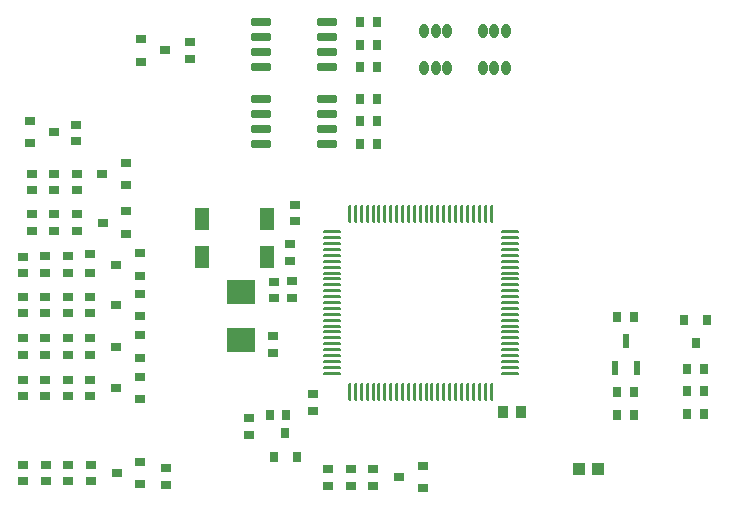
<source format=gtp>
G04*
G04 #@! TF.GenerationSoftware,Altium Limited,Altium Designer,22.10.1 (41)*
G04*
G04 Layer_Color=8421504*
%FSLAX23Y23*%
%MOIN*%
G70*
G04*
G04 #@! TF.SameCoordinates,FE0D4549-5355-498F-96F3-0299564D4BAC*
G04*
G04*
G04 #@! TF.FilePolarity,Positive*
G04*
G01*
G75*
%ADD25O,0.061X0.010*%
%ADD26O,0.010X0.061*%
%ADD27R,0.035X0.039*%
%ADD28R,0.035X0.031*%
%ADD29R,0.039X0.039*%
%ADD30R,0.035X0.031*%
%ADD31R,0.031X0.035*%
%ADD32R,0.031X0.035*%
%ADD33R,0.024X0.045*%
%ADD34R,0.051X0.075*%
%ADD35R,0.094X0.079*%
G04:AMPARAMS|DCode=36|XSize=26mil|YSize=65mil|CornerRadius=2mil|HoleSize=0mil|Usage=FLASHONLY|Rotation=270.000|XOffset=0mil|YOffset=0mil|HoleType=Round|Shape=RoundedRectangle|*
%AMROUNDEDRECTD36*
21,1,0.026,0.061,0,0,270.0*
21,1,0.022,0.065,0,0,270.0*
1,1,0.004,-0.031,-0.011*
1,1,0.004,-0.031,0.011*
1,1,0.004,0.031,0.011*
1,1,0.004,0.031,-0.011*
%
%ADD36ROUNDEDRECTD36*%
%ADD37O,0.031X0.049*%
D25*
X2481Y4034D02*
D03*
Y4054D02*
D03*
X1889Y4231D02*
D03*
Y4212D02*
D03*
Y4192D02*
D03*
Y4172D02*
D03*
Y4152D02*
D03*
Y4133D02*
D03*
Y4113D02*
D03*
Y4093D02*
D03*
Y4074D02*
D03*
Y4054D02*
D03*
Y4034D02*
D03*
Y4015D02*
D03*
Y3995D02*
D03*
Y3975D02*
D03*
Y3956D02*
D03*
Y3936D02*
D03*
Y3916D02*
D03*
Y3897D02*
D03*
Y3877D02*
D03*
Y3857D02*
D03*
Y3838D02*
D03*
Y3818D02*
D03*
Y3798D02*
D03*
Y3778D02*
D03*
Y3759D02*
D03*
X2481D02*
D03*
Y3778D02*
D03*
Y3798D02*
D03*
Y3818D02*
D03*
Y3838D02*
D03*
Y3857D02*
D03*
Y3877D02*
D03*
Y3897D02*
D03*
Y3916D02*
D03*
Y3936D02*
D03*
Y3956D02*
D03*
Y3975D02*
D03*
Y3995D02*
D03*
Y4015D02*
D03*
Y4074D02*
D03*
Y4093D02*
D03*
Y4113D02*
D03*
Y4133D02*
D03*
Y4152D02*
D03*
Y4172D02*
D03*
Y4192D02*
D03*
Y4212D02*
D03*
Y4231D02*
D03*
D26*
X2382Y4291D02*
D03*
X2362D02*
D03*
X2342D02*
D03*
X2283D02*
D03*
X1949Y3699D02*
D03*
X1968D02*
D03*
X1988D02*
D03*
X2008D02*
D03*
X2028D02*
D03*
X2047D02*
D03*
X2067D02*
D03*
X2087D02*
D03*
X2106D02*
D03*
X2126D02*
D03*
X2146D02*
D03*
X2165D02*
D03*
X2185D02*
D03*
X2205D02*
D03*
X2224D02*
D03*
X2244D02*
D03*
X2264D02*
D03*
X2283D02*
D03*
X2303D02*
D03*
X2323D02*
D03*
X2342D02*
D03*
X2362D02*
D03*
X2382D02*
D03*
X2402D02*
D03*
X2421D02*
D03*
Y4291D02*
D03*
X2402D02*
D03*
X2323D02*
D03*
X2303D02*
D03*
X2264D02*
D03*
X2244D02*
D03*
X2224D02*
D03*
X2205D02*
D03*
X2185D02*
D03*
X2165D02*
D03*
X2146D02*
D03*
X2126D02*
D03*
X2106D02*
D03*
X2087D02*
D03*
X2067D02*
D03*
X2047D02*
D03*
X2028D02*
D03*
X2008D02*
D03*
X1988D02*
D03*
X1968D02*
D03*
X1949D02*
D03*
D27*
X2520Y3630D02*
D03*
X2458D02*
D03*
D28*
X962Y4566D02*
D03*
X884Y4528D02*
D03*
Y4603D02*
D03*
X1331Y4837D02*
D03*
X1253Y4799D02*
D03*
Y4874D02*
D03*
X1125Y4263D02*
D03*
X1203Y4300D02*
D03*
Y4226D02*
D03*
X1248Y3812D02*
D03*
Y3887D02*
D03*
X1170Y3849D02*
D03*
X1248Y3674D02*
D03*
Y3749D02*
D03*
X1170Y3712D02*
D03*
X1249Y3391D02*
D03*
Y3465D02*
D03*
X1171Y3428D02*
D03*
X1248Y3951D02*
D03*
Y4026D02*
D03*
X1169Y3988D02*
D03*
X1248Y4086D02*
D03*
Y4160D02*
D03*
X1170Y4123D02*
D03*
X2191Y3377D02*
D03*
Y3451D02*
D03*
X2112Y3414D02*
D03*
X1201Y4388D02*
D03*
Y4462D02*
D03*
X1122Y4425D02*
D03*
D29*
X2711Y3442D02*
D03*
X2777D02*
D03*
D30*
X1036Y4589D02*
D03*
Y4534D02*
D03*
X1417Y4864D02*
D03*
Y4809D02*
D03*
X1611Y3554D02*
D03*
Y3610D02*
D03*
X1826Y3635D02*
D03*
Y3690D02*
D03*
X1750Y4135D02*
D03*
Y4190D02*
D03*
X1757Y4068D02*
D03*
Y4013D02*
D03*
X1766Y4267D02*
D03*
Y4322D02*
D03*
X1695Y4066D02*
D03*
Y4010D02*
D03*
X1692Y3829D02*
D03*
Y3884D02*
D03*
X858Y3961D02*
D03*
Y4016D02*
D03*
X859Y4148D02*
D03*
Y4095D02*
D03*
X859Y3684D02*
D03*
Y3739D02*
D03*
Y3822D02*
D03*
Y3877D02*
D03*
X860Y3400D02*
D03*
Y3456D02*
D03*
X889Y4426D02*
D03*
Y4370D02*
D03*
X889Y4291D02*
D03*
Y4235D02*
D03*
X933Y3961D02*
D03*
Y4016D02*
D03*
X934Y4151D02*
D03*
Y4095D02*
D03*
X934Y3684D02*
D03*
Y3739D02*
D03*
Y3822D02*
D03*
Y3877D02*
D03*
X935Y3400D02*
D03*
Y3456D02*
D03*
X1008Y4016D02*
D03*
Y3961D02*
D03*
X1009Y3739D02*
D03*
Y3684D02*
D03*
Y3877D02*
D03*
Y3822D02*
D03*
X1010Y3456D02*
D03*
Y3400D02*
D03*
X1039Y4235D02*
D03*
Y4291D02*
D03*
Y4426D02*
D03*
Y4370D02*
D03*
X1084Y4158D02*
D03*
Y4095D02*
D03*
X1335Y3445D02*
D03*
Y3389D02*
D03*
X1876Y3442D02*
D03*
Y3386D02*
D03*
X2026Y3442D02*
D03*
Y3386D02*
D03*
X964Y4235D02*
D03*
Y4291D02*
D03*
Y4426D02*
D03*
Y4370D02*
D03*
X1009Y4151D02*
D03*
Y4095D02*
D03*
X1083Y4016D02*
D03*
Y3961D02*
D03*
X1084Y3739D02*
D03*
Y3684D02*
D03*
Y3877D02*
D03*
Y3822D02*
D03*
X1085Y3456D02*
D03*
Y3400D02*
D03*
X1951Y3442D02*
D03*
Y3386D02*
D03*
D31*
X1736Y3622D02*
D03*
X1681D02*
D03*
X1984Y4525D02*
D03*
X2040D02*
D03*
X1984Y4675D02*
D03*
X2040D02*
D03*
X1984Y4780D02*
D03*
X2040D02*
D03*
X1984Y4930D02*
D03*
X2040D02*
D03*
X2840Y3623D02*
D03*
X2896D02*
D03*
X2840Y3698D02*
D03*
X2896D02*
D03*
X2840Y3948D02*
D03*
X2896D02*
D03*
X3074Y3625D02*
D03*
X3129D02*
D03*
X3074Y3700D02*
D03*
X3129D02*
D03*
X2040Y4600D02*
D03*
X1984D02*
D03*
X2040Y4855D02*
D03*
X1984D02*
D03*
X3074Y3775D02*
D03*
X3129D02*
D03*
D32*
X1734Y3560D02*
D03*
X1771Y3482D02*
D03*
X1697D02*
D03*
X3139Y3939D02*
D03*
X3064D02*
D03*
X3102Y3861D02*
D03*
D33*
X2831Y3779D02*
D03*
X2905D02*
D03*
X2868Y3867D02*
D03*
D34*
X1672Y4275D02*
D03*
X1456D02*
D03*
X1672Y4149D02*
D03*
X1456D02*
D03*
D35*
X1586Y3872D02*
D03*
Y4030D02*
D03*
D36*
X1651Y4675D02*
D03*
Y4625D02*
D03*
Y4575D02*
D03*
Y4525D02*
D03*
X1873Y4675D02*
D03*
Y4625D02*
D03*
Y4575D02*
D03*
Y4525D02*
D03*
X1651Y4930D02*
D03*
Y4880D02*
D03*
Y4830D02*
D03*
Y4780D02*
D03*
X1873Y4930D02*
D03*
Y4880D02*
D03*
Y4830D02*
D03*
Y4780D02*
D03*
D37*
X2274Y4901D02*
D03*
X2235D02*
D03*
X2196D02*
D03*
Y4779D02*
D03*
X2235D02*
D03*
X2274D02*
D03*
X2469Y4901D02*
D03*
X2430D02*
D03*
X2391D02*
D03*
Y4779D02*
D03*
X2430D02*
D03*
X2469D02*
D03*
M02*

</source>
